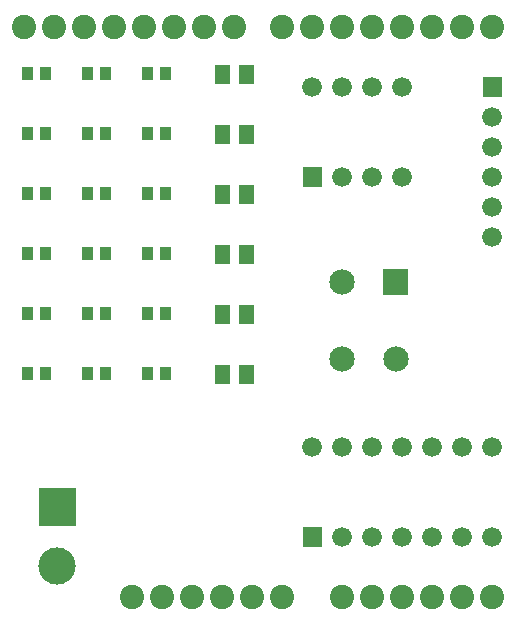
<source format=gbr>
G04 start of page 4 for group -4063 idx -4063 *
G04 Title: (unknown), componentmask *
G04 Creator: pcb 20091103 *
G04 CreationDate: Thu 17 Mar 2011 12:53:05 AM GMT UTC *
G04 For: jlamothe *
G04 Format: Gerber/RS-274X *
G04 PCB-Dimensions: 185000 210000 *
G04 PCB-Coordinate-Origin: lower left *
%MOIN*%
%FSLAX25Y25*%
%LNFRONTMASK*%
%ADD11C,0.0200*%
%ADD25C,0.0660*%
%ADD26C,0.0847*%
%ADD27C,0.0810*%
%ADD28C,0.1241*%
%ADD29R,0.0360X0.0360*%
%ADD30R,0.0490X0.0490*%
G54D25*X135000Y150000D03*
Y180000D03*
X125000D03*
X115000D03*
G54D11*G36*
X101700Y153300D02*Y146700D01*
X108300D01*
Y153300D01*
X101700D01*
G37*
G54D25*X115000Y150000D03*
X125000D03*
X105000Y180000D03*
X165000Y160000D03*
Y150000D03*
Y140000D03*
Y130000D03*
G54D26*X115000Y89410D03*
Y115000D03*
G54D11*G36*
X128480Y119237D02*Y110763D01*
X136954D01*
Y119237D01*
X128480D01*
G37*
G54D26*X132717Y89410D03*
G54D11*G36*
X161700Y183300D02*Y176700D01*
X168300D01*
Y183300D01*
X161700D01*
G37*
G54D25*X165000Y170000D03*
G54D27*Y200000D03*
X155000D03*
X145000D03*
X135000D03*
X125000D03*
X115000D03*
X105000D03*
X95000D03*
X79000D03*
X69000D03*
X59000D03*
X49000D03*
X39000D03*
X29000D03*
X19000D03*
X9000D03*
G54D11*G36*
X101700Y33300D02*Y26700D01*
X108300D01*
Y33300D01*
X101700D01*
G37*
G36*
X13795Y46205D02*Y33795D01*
X26205D01*
Y46205D01*
X13795D01*
G37*
G54D28*X20000Y20315D03*
G54D25*X115000Y30000D03*
X145000Y60000D03*
X135000D03*
X125000D03*
X115000D03*
X105000D03*
X125000Y30000D03*
X135000D03*
X145000D03*
X155000D03*
X165000D03*
Y60000D03*
X155000D03*
G54D27*X165000Y10000D03*
X155000D03*
X145000D03*
X135000D03*
X125000D03*
X115000D03*
X95000D03*
X85000D03*
X75000D03*
X65000D03*
X55000D03*
X45000D03*
G54D29*X50000Y105000D02*Y104000D01*
X56100Y105000D02*Y104000D01*
X50000Y85000D02*Y84000D01*
X56100Y85000D02*Y84000D01*
G54D30*X75000Y85000D02*Y83400D01*
X82900Y85000D02*Y83400D01*
G54D29*X30000Y85000D02*Y84000D01*
X36100Y85000D02*Y84000D01*
X30000Y105000D02*Y104000D01*
X36100Y105000D02*Y104000D01*
G54D30*X75000Y105000D02*Y103400D01*
X82900Y105000D02*Y103400D01*
G54D29*X50000Y165000D02*Y164000D01*
X10000Y165000D02*Y164000D01*
X16100Y165000D02*Y164000D01*
X30000Y165000D02*Y164000D01*
X36100Y165000D02*Y164000D01*
X10000Y185000D02*Y184000D01*
Y85000D02*Y84000D01*
Y145000D02*Y144000D01*
Y125000D02*Y124000D01*
Y105000D02*Y104000D01*
X16100Y185000D02*Y184000D01*
Y85000D02*Y84000D01*
Y145000D02*Y144000D01*
Y125000D02*Y124000D01*
Y105000D02*Y104000D01*
X30000Y185000D02*Y184000D01*
Y145000D02*Y144000D01*
X36100Y145000D02*Y144000D01*
X30000Y125000D02*Y124000D01*
X36100Y125000D02*Y124000D01*
X50000Y125000D02*Y124000D01*
G54D30*X75000Y165000D02*Y163400D01*
X82900Y165000D02*Y163400D01*
Y145000D02*Y143400D01*
G54D29*X36100Y185000D02*Y184000D01*
G54D30*X75000Y185000D02*Y183400D01*
X82900Y185000D02*Y183400D01*
G54D29*X50000Y185000D02*Y184000D01*
X56100Y185000D02*Y184000D01*
Y165000D02*Y164000D01*
G54D30*X75000Y145000D02*Y143400D01*
G54D29*X50000Y145000D02*Y144000D01*
X56100Y145000D02*Y144000D01*
G54D30*X75000Y125000D02*Y123400D01*
X82900Y125000D02*Y123400D01*
G54D29*X56100Y125000D02*Y124000D01*
M02*

</source>
